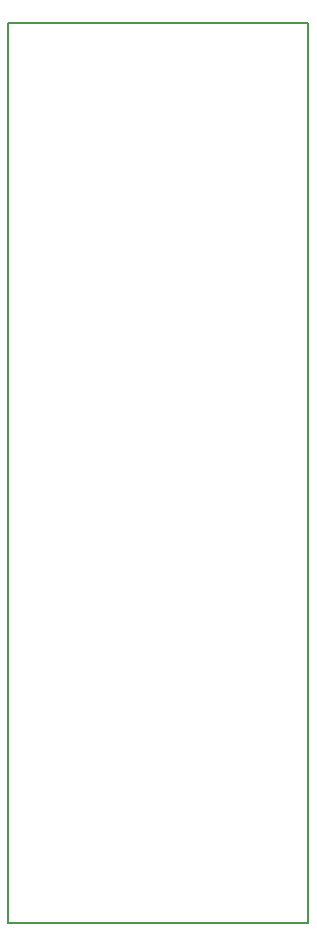
<source format=gm1>
G04 Layer_Color=16711935*
%FSLAX24Y24*%
%MOIN*%
G70*
G01*
G75*
%ADD28C,0.0060*%
D28*
X-6620Y3740D02*
X3380D01*
X-6620Y-26230D02*
Y3740D01*
Y-26230D02*
X3380D01*
Y3740D01*
M02*

</source>
